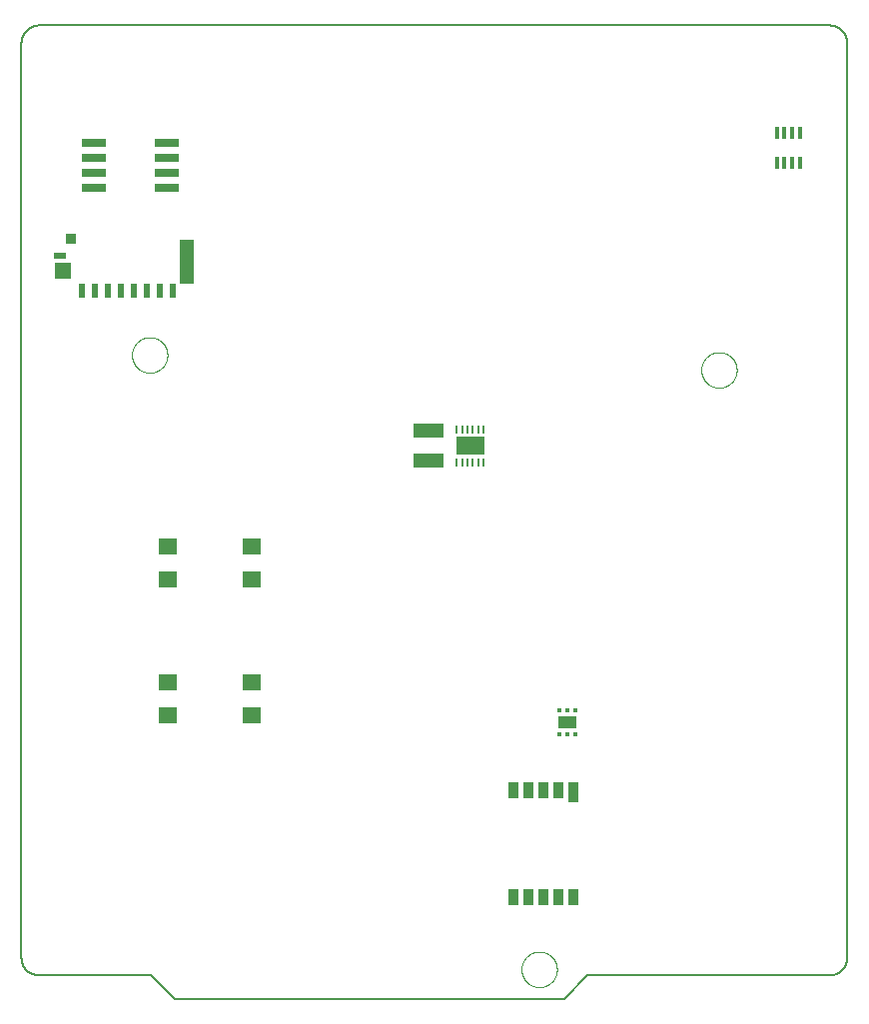
<source format=gtp>
G04 EAGLE Gerber RS-274X export*
G75*
%MOMM*%
%FSLAX35Y35*%
%LPD*%
%INsolder_paste_top*%
%IPPOS*%
%AMOC8*
5,1,8,0,0,1.08239X$1,22.5*%
G01*
%ADD10C,0.127000*%
%ADD11C,0.000000*%
%ADD12R,2.032000X0.660400*%
%ADD13R,0.600000X1.250000*%
%ADD14R,1.200000X3.790000*%
%ADD15R,1.000000X0.600000*%
%ADD16R,1.450000X1.400000*%
%ADD17R,0.950000X0.850000*%
%ADD18R,0.300000X0.450000*%
%ADD19R,1.600000X1.000000*%
%ADD20R,0.250000X0.700000*%
%ADD21R,2.380000X1.650000*%
%ADD22R,0.860000X1.450000*%
%ADD23R,0.860000X1.700000*%
%ADD24R,0.450000X1.100000*%
%ADD25R,2.540000X1.270000*%
%ADD26R,1.600000X1.400000*%


D10*
X0Y359000D02*
X0Y8109000D01*
X44Y8112625D01*
X175Y8116247D01*
X394Y8119865D01*
X700Y8123477D01*
X1094Y8127081D01*
X1574Y8130673D01*
X2141Y8134254D01*
X2794Y8137819D01*
X3534Y8141368D01*
X4359Y8144897D01*
X5269Y8148406D01*
X6263Y8151892D01*
X7342Y8155353D01*
X8503Y8158786D01*
X9748Y8162191D01*
X11074Y8165564D01*
X12481Y8168905D01*
X13969Y8172210D01*
X15536Y8175479D01*
X17182Y8178708D01*
X18905Y8181898D01*
X20705Y8185044D01*
X22580Y8188146D01*
X24529Y8191202D01*
X26552Y8194210D01*
X28647Y8197168D01*
X30813Y8200074D01*
X33049Y8202928D01*
X35353Y8205726D01*
X37723Y8208468D01*
X40160Y8211152D01*
X42660Y8213777D01*
X45223Y8216340D01*
X47848Y8218840D01*
X50532Y8221277D01*
X53274Y8223647D01*
X56072Y8225951D01*
X58926Y8228187D01*
X61832Y8230353D01*
X64790Y8232448D01*
X67798Y8234471D01*
X70854Y8236420D01*
X73956Y8238295D01*
X77102Y8240095D01*
X80292Y8241818D01*
X83521Y8243464D01*
X86790Y8245031D01*
X90095Y8246519D01*
X93436Y8247926D01*
X96809Y8249252D01*
X100214Y8250497D01*
X103647Y8251658D01*
X107108Y8252737D01*
X110594Y8253731D01*
X114103Y8254641D01*
X117632Y8255466D01*
X121181Y8256206D01*
X124746Y8256859D01*
X128327Y8257426D01*
X131919Y8257906D01*
X135523Y8258300D01*
X139135Y8258606D01*
X142753Y8258825D01*
X146375Y8258956D01*
X150000Y8259000D01*
X6850000Y8259000D01*
X6853625Y8258956D01*
X6857247Y8258825D01*
X6860865Y8258606D01*
X6864477Y8258300D01*
X6868081Y8257906D01*
X6871673Y8257426D01*
X6875254Y8256859D01*
X6878819Y8256206D01*
X6882368Y8255466D01*
X6885897Y8254641D01*
X6889406Y8253731D01*
X6892892Y8252737D01*
X6896353Y8251658D01*
X6899786Y8250497D01*
X6903191Y8249252D01*
X6906564Y8247926D01*
X6909905Y8246519D01*
X6913210Y8245031D01*
X6916479Y8243464D01*
X6919708Y8241818D01*
X6922898Y8240095D01*
X6926044Y8238295D01*
X6929146Y8236420D01*
X6932202Y8234471D01*
X6935210Y8232448D01*
X6938168Y8230353D01*
X6941074Y8228187D01*
X6943928Y8225951D01*
X6946726Y8223647D01*
X6949468Y8221277D01*
X6952152Y8218840D01*
X6954777Y8216340D01*
X6957340Y8213777D01*
X6959840Y8211152D01*
X6962277Y8208468D01*
X6964647Y8205726D01*
X6966951Y8202928D01*
X6969187Y8200074D01*
X6971353Y8197168D01*
X6973448Y8194210D01*
X6975471Y8191202D01*
X6977420Y8188146D01*
X6979295Y8185044D01*
X6981095Y8181898D01*
X6982818Y8178708D01*
X6984464Y8175479D01*
X6986031Y8172210D01*
X6987519Y8168905D01*
X6988926Y8165564D01*
X6990252Y8162191D01*
X6991497Y8158786D01*
X6992658Y8155353D01*
X6993737Y8151892D01*
X6994731Y8148406D01*
X6995641Y8144897D01*
X6996466Y8141368D01*
X6997206Y8137819D01*
X6997859Y8134254D01*
X6998426Y8130673D01*
X6998906Y8127081D01*
X6999300Y8123477D01*
X6999606Y8119865D01*
X6999825Y8116247D01*
X6999956Y8112625D01*
X7000000Y8109000D01*
X7000000Y359000D01*
X6999956Y355375D01*
X6999825Y351753D01*
X6999606Y348135D01*
X6999300Y344523D01*
X6998906Y340919D01*
X6998426Y337327D01*
X6997859Y333746D01*
X6997206Y330181D01*
X6996466Y326632D01*
X6995641Y323103D01*
X6994731Y319594D01*
X6993737Y316108D01*
X6992658Y312647D01*
X6991497Y309214D01*
X6990252Y305809D01*
X6988926Y302436D01*
X6987519Y299095D01*
X6986031Y295790D01*
X6984464Y292521D01*
X6982818Y289292D01*
X6981095Y286102D01*
X6979295Y282956D01*
X6977420Y279854D01*
X6975471Y276798D01*
X6973448Y273790D01*
X6971353Y270832D01*
X6969187Y267926D01*
X6966951Y265072D01*
X6964647Y262274D01*
X6962277Y259532D01*
X6959840Y256848D01*
X6957340Y254223D01*
X6954777Y251660D01*
X6952152Y249160D01*
X6949468Y246723D01*
X6946726Y244353D01*
X6943928Y242049D01*
X6941074Y239813D01*
X6938168Y237647D01*
X6935210Y235552D01*
X6932202Y233529D01*
X6929146Y231580D01*
X6926044Y229705D01*
X6922898Y227905D01*
X6919708Y226182D01*
X6916479Y224536D01*
X6913210Y222969D01*
X6909905Y221481D01*
X6906564Y220074D01*
X6903191Y218748D01*
X6899786Y217503D01*
X6896353Y216342D01*
X6892892Y215263D01*
X6889406Y214269D01*
X6885897Y213359D01*
X6882368Y212534D01*
X6878819Y211794D01*
X6875254Y211141D01*
X6871673Y210574D01*
X6868081Y210094D01*
X6864477Y209700D01*
X6860865Y209394D01*
X6857247Y209175D01*
X6853625Y209044D01*
X6850000Y209000D01*
X4800000Y209000D01*
X4600000Y9000D01*
X1300000Y9000D01*
X1100000Y209000D01*
X150000Y209000D01*
X146375Y209044D01*
X142753Y209175D01*
X139135Y209394D01*
X135523Y209700D01*
X131919Y210094D01*
X128327Y210574D01*
X124746Y211141D01*
X121181Y211794D01*
X117632Y212534D01*
X114103Y213359D01*
X110594Y214269D01*
X107108Y215263D01*
X103647Y216342D01*
X100214Y217503D01*
X96809Y218748D01*
X93436Y220074D01*
X90095Y221481D01*
X86790Y222969D01*
X83521Y224536D01*
X80292Y226182D01*
X77102Y227905D01*
X73956Y229705D01*
X70854Y231580D01*
X67798Y233529D01*
X64790Y235552D01*
X61832Y237647D01*
X58926Y239813D01*
X56072Y242049D01*
X53274Y244353D01*
X50532Y246723D01*
X47848Y249160D01*
X45223Y251660D01*
X42660Y254223D01*
X40160Y256848D01*
X37723Y259532D01*
X35353Y262274D01*
X33049Y265072D01*
X30813Y267926D01*
X28647Y270832D01*
X26552Y273790D01*
X24529Y276798D01*
X22580Y279854D01*
X20705Y282956D01*
X18905Y286102D01*
X17182Y289292D01*
X15536Y292521D01*
X13969Y295790D01*
X12481Y299095D01*
X11074Y302436D01*
X9748Y305809D01*
X8503Y309214D01*
X7342Y312647D01*
X6263Y316108D01*
X5269Y319594D01*
X4359Y323103D01*
X3534Y326632D01*
X2794Y330181D01*
X2141Y333746D01*
X1574Y337327D01*
X1094Y340919D01*
X700Y344523D01*
X394Y348135D01*
X175Y351753D01*
X44Y355375D01*
X0Y359000D01*
D11*
X4239000Y259000D02*
X4239045Y262681D01*
X4239181Y266360D01*
X4239406Y270035D01*
X4239722Y273703D01*
X4240128Y277362D01*
X4240624Y281010D01*
X4241208Y284644D01*
X4241882Y288264D01*
X4242645Y291865D01*
X4243495Y295447D01*
X4244434Y299007D01*
X4245459Y302543D01*
X4246571Y306052D01*
X4247768Y309533D01*
X4249051Y312984D01*
X4250418Y316403D01*
X4251869Y319786D01*
X4253402Y323133D01*
X4255016Y326442D01*
X4256712Y329710D01*
X4258487Y332935D01*
X4260341Y336115D01*
X4262272Y339250D01*
X4264280Y342336D01*
X4266362Y345371D01*
X4268519Y348355D01*
X4270748Y351285D01*
X4273048Y354159D01*
X4275419Y356976D01*
X4277857Y359734D01*
X4280363Y362431D01*
X4282934Y365066D01*
X4285569Y367637D01*
X4288266Y370143D01*
X4291024Y372581D01*
X4293841Y374952D01*
X4296715Y377252D01*
X4299645Y379481D01*
X4302629Y381638D01*
X4305664Y383720D01*
X4308750Y385728D01*
X4311885Y387659D01*
X4315065Y389513D01*
X4318290Y391288D01*
X4321558Y392984D01*
X4324867Y394598D01*
X4328214Y396131D01*
X4331597Y397582D01*
X4335016Y398949D01*
X4338467Y400232D01*
X4341948Y401429D01*
X4345457Y402541D01*
X4348993Y403566D01*
X4352553Y404505D01*
X4356135Y405355D01*
X4359736Y406118D01*
X4363356Y406792D01*
X4366990Y407376D01*
X4370638Y407872D01*
X4374297Y408278D01*
X4377965Y408594D01*
X4381640Y408819D01*
X4385319Y408955D01*
X4389000Y409000D01*
X4392681Y408955D01*
X4396360Y408819D01*
X4400035Y408594D01*
X4403703Y408278D01*
X4407362Y407872D01*
X4411010Y407376D01*
X4414644Y406792D01*
X4418264Y406118D01*
X4421865Y405355D01*
X4425447Y404505D01*
X4429007Y403566D01*
X4432543Y402541D01*
X4436052Y401429D01*
X4439533Y400232D01*
X4442984Y398949D01*
X4446403Y397582D01*
X4449786Y396131D01*
X4453133Y394598D01*
X4456442Y392984D01*
X4459710Y391288D01*
X4462935Y389513D01*
X4466115Y387659D01*
X4469250Y385728D01*
X4472336Y383720D01*
X4475371Y381638D01*
X4478355Y379481D01*
X4481285Y377252D01*
X4484159Y374952D01*
X4486976Y372581D01*
X4489734Y370143D01*
X4492431Y367637D01*
X4495066Y365066D01*
X4497637Y362431D01*
X4500143Y359734D01*
X4502581Y356976D01*
X4504952Y354159D01*
X4507252Y351285D01*
X4509481Y348355D01*
X4511638Y345371D01*
X4513720Y342336D01*
X4515728Y339250D01*
X4517659Y336115D01*
X4519513Y332935D01*
X4521288Y329710D01*
X4522984Y326442D01*
X4524598Y323133D01*
X4526131Y319786D01*
X4527582Y316403D01*
X4528949Y312984D01*
X4530232Y309533D01*
X4531429Y306052D01*
X4532541Y302543D01*
X4533566Y299007D01*
X4534505Y295447D01*
X4535355Y291865D01*
X4536118Y288264D01*
X4536792Y284644D01*
X4537376Y281010D01*
X4537872Y277362D01*
X4538278Y273703D01*
X4538594Y270035D01*
X4538819Y266360D01*
X4538955Y262681D01*
X4539000Y259000D01*
X4538955Y255319D01*
X4538819Y251640D01*
X4538594Y247965D01*
X4538278Y244297D01*
X4537872Y240638D01*
X4537376Y236990D01*
X4536792Y233356D01*
X4536118Y229736D01*
X4535355Y226135D01*
X4534505Y222553D01*
X4533566Y218993D01*
X4532541Y215457D01*
X4531429Y211948D01*
X4530232Y208467D01*
X4528949Y205016D01*
X4527582Y201597D01*
X4526131Y198214D01*
X4524598Y194867D01*
X4522984Y191558D01*
X4521288Y188290D01*
X4519513Y185065D01*
X4517659Y181885D01*
X4515728Y178750D01*
X4513720Y175664D01*
X4511638Y172629D01*
X4509481Y169645D01*
X4507252Y166715D01*
X4504952Y163841D01*
X4502581Y161024D01*
X4500143Y158266D01*
X4497637Y155569D01*
X4495066Y152934D01*
X4492431Y150363D01*
X4489734Y147857D01*
X4486976Y145419D01*
X4484159Y143048D01*
X4481285Y140748D01*
X4478355Y138519D01*
X4475371Y136362D01*
X4472336Y134280D01*
X4469250Y132272D01*
X4466115Y130341D01*
X4462935Y128487D01*
X4459710Y126712D01*
X4456442Y125016D01*
X4453133Y123402D01*
X4449786Y121869D01*
X4446403Y120418D01*
X4442984Y119051D01*
X4439533Y117768D01*
X4436052Y116571D01*
X4432543Y115459D01*
X4429007Y114434D01*
X4425447Y113495D01*
X4421865Y112645D01*
X4418264Y111882D01*
X4414644Y111208D01*
X4411010Y110624D01*
X4407362Y110128D01*
X4403703Y109722D01*
X4400035Y109406D01*
X4396360Y109181D01*
X4392681Y109045D01*
X4389000Y109000D01*
X4385319Y109045D01*
X4381640Y109181D01*
X4377965Y109406D01*
X4374297Y109722D01*
X4370638Y110128D01*
X4366990Y110624D01*
X4363356Y111208D01*
X4359736Y111882D01*
X4356135Y112645D01*
X4352553Y113495D01*
X4348993Y114434D01*
X4345457Y115459D01*
X4341948Y116571D01*
X4338467Y117768D01*
X4335016Y119051D01*
X4331597Y120418D01*
X4328214Y121869D01*
X4324867Y123402D01*
X4321558Y125016D01*
X4318290Y126712D01*
X4315065Y128487D01*
X4311885Y130341D01*
X4308750Y132272D01*
X4305664Y134280D01*
X4302629Y136362D01*
X4299645Y138519D01*
X4296715Y140748D01*
X4293841Y143048D01*
X4291024Y145419D01*
X4288266Y147857D01*
X4285569Y150363D01*
X4282934Y152934D01*
X4280363Y155569D01*
X4277857Y158266D01*
X4275419Y161024D01*
X4273048Y163841D01*
X4270748Y166715D01*
X4268519Y169645D01*
X4266362Y172629D01*
X4264280Y175664D01*
X4262272Y178750D01*
X4260341Y181885D01*
X4258487Y185065D01*
X4256712Y188290D01*
X4255016Y191558D01*
X4253402Y194867D01*
X4251869Y198214D01*
X4250418Y201597D01*
X4249051Y205016D01*
X4247768Y208467D01*
X4246571Y211948D01*
X4245459Y215457D01*
X4244434Y218993D01*
X4243495Y222553D01*
X4242645Y226135D01*
X4241882Y229736D01*
X4241208Y233356D01*
X4240624Y236990D01*
X4240128Y240638D01*
X4239722Y244297D01*
X4239406Y247965D01*
X4239181Y251640D01*
X4239045Y255319D01*
X4239000Y259000D01*
X5763000Y5339000D02*
X5763045Y5342681D01*
X5763181Y5346360D01*
X5763406Y5350035D01*
X5763722Y5353703D01*
X5764128Y5357362D01*
X5764624Y5361010D01*
X5765208Y5364644D01*
X5765882Y5368264D01*
X5766645Y5371865D01*
X5767495Y5375447D01*
X5768434Y5379007D01*
X5769459Y5382543D01*
X5770571Y5386052D01*
X5771768Y5389533D01*
X5773051Y5392984D01*
X5774418Y5396403D01*
X5775869Y5399786D01*
X5777402Y5403133D01*
X5779016Y5406442D01*
X5780712Y5409710D01*
X5782487Y5412935D01*
X5784341Y5416115D01*
X5786272Y5419250D01*
X5788280Y5422336D01*
X5790362Y5425371D01*
X5792519Y5428355D01*
X5794748Y5431285D01*
X5797048Y5434159D01*
X5799419Y5436976D01*
X5801857Y5439734D01*
X5804363Y5442431D01*
X5806934Y5445066D01*
X5809569Y5447637D01*
X5812266Y5450143D01*
X5815024Y5452581D01*
X5817841Y5454952D01*
X5820715Y5457252D01*
X5823645Y5459481D01*
X5826629Y5461638D01*
X5829664Y5463720D01*
X5832750Y5465728D01*
X5835885Y5467659D01*
X5839065Y5469513D01*
X5842290Y5471288D01*
X5845558Y5472984D01*
X5848867Y5474598D01*
X5852214Y5476131D01*
X5855597Y5477582D01*
X5859016Y5478949D01*
X5862467Y5480232D01*
X5865948Y5481429D01*
X5869457Y5482541D01*
X5872993Y5483566D01*
X5876553Y5484505D01*
X5880135Y5485355D01*
X5883736Y5486118D01*
X5887356Y5486792D01*
X5890990Y5487376D01*
X5894638Y5487872D01*
X5898297Y5488278D01*
X5901965Y5488594D01*
X5905640Y5488819D01*
X5909319Y5488955D01*
X5913000Y5489000D01*
X5916681Y5488955D01*
X5920360Y5488819D01*
X5924035Y5488594D01*
X5927703Y5488278D01*
X5931362Y5487872D01*
X5935010Y5487376D01*
X5938644Y5486792D01*
X5942264Y5486118D01*
X5945865Y5485355D01*
X5949447Y5484505D01*
X5953007Y5483566D01*
X5956543Y5482541D01*
X5960052Y5481429D01*
X5963533Y5480232D01*
X5966984Y5478949D01*
X5970403Y5477582D01*
X5973786Y5476131D01*
X5977133Y5474598D01*
X5980442Y5472984D01*
X5983710Y5471288D01*
X5986935Y5469513D01*
X5990115Y5467659D01*
X5993250Y5465728D01*
X5996336Y5463720D01*
X5999371Y5461638D01*
X6002355Y5459481D01*
X6005285Y5457252D01*
X6008159Y5454952D01*
X6010976Y5452581D01*
X6013734Y5450143D01*
X6016431Y5447637D01*
X6019066Y5445066D01*
X6021637Y5442431D01*
X6024143Y5439734D01*
X6026581Y5436976D01*
X6028952Y5434159D01*
X6031252Y5431285D01*
X6033481Y5428355D01*
X6035638Y5425371D01*
X6037720Y5422336D01*
X6039728Y5419250D01*
X6041659Y5416115D01*
X6043513Y5412935D01*
X6045288Y5409710D01*
X6046984Y5406442D01*
X6048598Y5403133D01*
X6050131Y5399786D01*
X6051582Y5396403D01*
X6052949Y5392984D01*
X6054232Y5389533D01*
X6055429Y5386052D01*
X6056541Y5382543D01*
X6057566Y5379007D01*
X6058505Y5375447D01*
X6059355Y5371865D01*
X6060118Y5368264D01*
X6060792Y5364644D01*
X6061376Y5361010D01*
X6061872Y5357362D01*
X6062278Y5353703D01*
X6062594Y5350035D01*
X6062819Y5346360D01*
X6062955Y5342681D01*
X6063000Y5339000D01*
X6062955Y5335319D01*
X6062819Y5331640D01*
X6062594Y5327965D01*
X6062278Y5324297D01*
X6061872Y5320638D01*
X6061376Y5316990D01*
X6060792Y5313356D01*
X6060118Y5309736D01*
X6059355Y5306135D01*
X6058505Y5302553D01*
X6057566Y5298993D01*
X6056541Y5295457D01*
X6055429Y5291948D01*
X6054232Y5288467D01*
X6052949Y5285016D01*
X6051582Y5281597D01*
X6050131Y5278214D01*
X6048598Y5274867D01*
X6046984Y5271558D01*
X6045288Y5268290D01*
X6043513Y5265065D01*
X6041659Y5261885D01*
X6039728Y5258750D01*
X6037720Y5255664D01*
X6035638Y5252629D01*
X6033481Y5249645D01*
X6031252Y5246715D01*
X6028952Y5243841D01*
X6026581Y5241024D01*
X6024143Y5238266D01*
X6021637Y5235569D01*
X6019066Y5232934D01*
X6016431Y5230363D01*
X6013734Y5227857D01*
X6010976Y5225419D01*
X6008159Y5223048D01*
X6005285Y5220748D01*
X6002355Y5218519D01*
X5999371Y5216362D01*
X5996336Y5214280D01*
X5993250Y5212272D01*
X5990115Y5210341D01*
X5986935Y5208487D01*
X5983710Y5206712D01*
X5980442Y5205016D01*
X5977133Y5203402D01*
X5973786Y5201869D01*
X5970403Y5200418D01*
X5966984Y5199051D01*
X5963533Y5197768D01*
X5960052Y5196571D01*
X5956543Y5195459D01*
X5953007Y5194434D01*
X5949447Y5193495D01*
X5945865Y5192645D01*
X5942264Y5191882D01*
X5938644Y5191208D01*
X5935010Y5190624D01*
X5931362Y5190128D01*
X5927703Y5189722D01*
X5924035Y5189406D01*
X5920360Y5189181D01*
X5916681Y5189045D01*
X5913000Y5189000D01*
X5909319Y5189045D01*
X5905640Y5189181D01*
X5901965Y5189406D01*
X5898297Y5189722D01*
X5894638Y5190128D01*
X5890990Y5190624D01*
X5887356Y5191208D01*
X5883736Y5191882D01*
X5880135Y5192645D01*
X5876553Y5193495D01*
X5872993Y5194434D01*
X5869457Y5195459D01*
X5865948Y5196571D01*
X5862467Y5197768D01*
X5859016Y5199051D01*
X5855597Y5200418D01*
X5852214Y5201869D01*
X5848867Y5203402D01*
X5845558Y5205016D01*
X5842290Y5206712D01*
X5839065Y5208487D01*
X5835885Y5210341D01*
X5832750Y5212272D01*
X5829664Y5214280D01*
X5826629Y5216362D01*
X5823645Y5218519D01*
X5820715Y5220748D01*
X5817841Y5223048D01*
X5815024Y5225419D01*
X5812266Y5227857D01*
X5809569Y5230363D01*
X5806934Y5232934D01*
X5804363Y5235569D01*
X5801857Y5238266D01*
X5799419Y5241024D01*
X5797048Y5243841D01*
X5794748Y5246715D01*
X5792519Y5249645D01*
X5790362Y5252629D01*
X5788280Y5255664D01*
X5786272Y5258750D01*
X5784341Y5261885D01*
X5782487Y5265065D01*
X5780712Y5268290D01*
X5779016Y5271558D01*
X5777402Y5274867D01*
X5775869Y5278214D01*
X5774418Y5281597D01*
X5773051Y5285016D01*
X5771768Y5288467D01*
X5770571Y5291948D01*
X5769459Y5295457D01*
X5768434Y5298993D01*
X5767495Y5302553D01*
X5766645Y5306135D01*
X5765882Y5309736D01*
X5765208Y5313356D01*
X5764624Y5316990D01*
X5764128Y5320638D01*
X5763722Y5324297D01*
X5763406Y5327965D01*
X5763181Y5331640D01*
X5763045Y5335319D01*
X5763000Y5339000D01*
X937000Y5466000D02*
X937045Y5469681D01*
X937181Y5473360D01*
X937406Y5477035D01*
X937722Y5480703D01*
X938128Y5484362D01*
X938624Y5488010D01*
X939208Y5491644D01*
X939882Y5495264D01*
X940645Y5498865D01*
X941495Y5502447D01*
X942434Y5506007D01*
X943459Y5509543D01*
X944571Y5513052D01*
X945768Y5516533D01*
X947051Y5519984D01*
X948418Y5523403D01*
X949869Y5526786D01*
X951402Y5530133D01*
X953016Y5533442D01*
X954712Y5536710D01*
X956487Y5539935D01*
X958341Y5543115D01*
X960272Y5546250D01*
X962280Y5549336D01*
X964362Y5552371D01*
X966519Y5555355D01*
X968748Y5558285D01*
X971048Y5561159D01*
X973419Y5563976D01*
X975857Y5566734D01*
X978363Y5569431D01*
X980934Y5572066D01*
X983569Y5574637D01*
X986266Y5577143D01*
X989024Y5579581D01*
X991841Y5581952D01*
X994715Y5584252D01*
X997645Y5586481D01*
X1000629Y5588638D01*
X1003664Y5590720D01*
X1006750Y5592728D01*
X1009885Y5594659D01*
X1013065Y5596513D01*
X1016290Y5598288D01*
X1019558Y5599984D01*
X1022867Y5601598D01*
X1026214Y5603131D01*
X1029597Y5604582D01*
X1033016Y5605949D01*
X1036467Y5607232D01*
X1039948Y5608429D01*
X1043457Y5609541D01*
X1046993Y5610566D01*
X1050553Y5611505D01*
X1054135Y5612355D01*
X1057736Y5613118D01*
X1061356Y5613792D01*
X1064990Y5614376D01*
X1068638Y5614872D01*
X1072297Y5615278D01*
X1075965Y5615594D01*
X1079640Y5615819D01*
X1083319Y5615955D01*
X1087000Y5616000D01*
X1090681Y5615955D01*
X1094360Y5615819D01*
X1098035Y5615594D01*
X1101703Y5615278D01*
X1105362Y5614872D01*
X1109010Y5614376D01*
X1112644Y5613792D01*
X1116264Y5613118D01*
X1119865Y5612355D01*
X1123447Y5611505D01*
X1127007Y5610566D01*
X1130543Y5609541D01*
X1134052Y5608429D01*
X1137533Y5607232D01*
X1140984Y5605949D01*
X1144403Y5604582D01*
X1147786Y5603131D01*
X1151133Y5601598D01*
X1154442Y5599984D01*
X1157710Y5598288D01*
X1160935Y5596513D01*
X1164115Y5594659D01*
X1167250Y5592728D01*
X1170336Y5590720D01*
X1173371Y5588638D01*
X1176355Y5586481D01*
X1179285Y5584252D01*
X1182159Y5581952D01*
X1184976Y5579581D01*
X1187734Y5577143D01*
X1190431Y5574637D01*
X1193066Y5572066D01*
X1195637Y5569431D01*
X1198143Y5566734D01*
X1200581Y5563976D01*
X1202952Y5561159D01*
X1205252Y5558285D01*
X1207481Y5555355D01*
X1209638Y5552371D01*
X1211720Y5549336D01*
X1213728Y5546250D01*
X1215659Y5543115D01*
X1217513Y5539935D01*
X1219288Y5536710D01*
X1220984Y5533442D01*
X1222598Y5530133D01*
X1224131Y5526786D01*
X1225582Y5523403D01*
X1226949Y5519984D01*
X1228232Y5516533D01*
X1229429Y5513052D01*
X1230541Y5509543D01*
X1231566Y5506007D01*
X1232505Y5502447D01*
X1233355Y5498865D01*
X1234118Y5495264D01*
X1234792Y5491644D01*
X1235376Y5488010D01*
X1235872Y5484362D01*
X1236278Y5480703D01*
X1236594Y5477035D01*
X1236819Y5473360D01*
X1236955Y5469681D01*
X1237000Y5466000D01*
X1236955Y5462319D01*
X1236819Y5458640D01*
X1236594Y5454965D01*
X1236278Y5451297D01*
X1235872Y5447638D01*
X1235376Y5443990D01*
X1234792Y5440356D01*
X1234118Y5436736D01*
X1233355Y5433135D01*
X1232505Y5429553D01*
X1231566Y5425993D01*
X1230541Y5422457D01*
X1229429Y5418948D01*
X1228232Y5415467D01*
X1226949Y5412016D01*
X1225582Y5408597D01*
X1224131Y5405214D01*
X1222598Y5401867D01*
X1220984Y5398558D01*
X1219288Y5395290D01*
X1217513Y5392065D01*
X1215659Y5388885D01*
X1213728Y5385750D01*
X1211720Y5382664D01*
X1209638Y5379629D01*
X1207481Y5376645D01*
X1205252Y5373715D01*
X1202952Y5370841D01*
X1200581Y5368024D01*
X1198143Y5365266D01*
X1195637Y5362569D01*
X1193066Y5359934D01*
X1190431Y5357363D01*
X1187734Y5354857D01*
X1184976Y5352419D01*
X1182159Y5350048D01*
X1179285Y5347748D01*
X1176355Y5345519D01*
X1173371Y5343362D01*
X1170336Y5341280D01*
X1167250Y5339272D01*
X1164115Y5337341D01*
X1160935Y5335487D01*
X1157710Y5333712D01*
X1154442Y5332016D01*
X1151133Y5330402D01*
X1147786Y5328869D01*
X1144403Y5327418D01*
X1140984Y5326051D01*
X1137533Y5324768D01*
X1134052Y5323571D01*
X1130543Y5322459D01*
X1127007Y5321434D01*
X1123447Y5320495D01*
X1119865Y5319645D01*
X1116264Y5318882D01*
X1112644Y5318208D01*
X1109010Y5317624D01*
X1105362Y5317128D01*
X1101703Y5316722D01*
X1098035Y5316406D01*
X1094360Y5316181D01*
X1090681Y5316045D01*
X1087000Y5316000D01*
X1083319Y5316045D01*
X1079640Y5316181D01*
X1075965Y5316406D01*
X1072297Y5316722D01*
X1068638Y5317128D01*
X1064990Y5317624D01*
X1061356Y5318208D01*
X1057736Y5318882D01*
X1054135Y5319645D01*
X1050553Y5320495D01*
X1046993Y5321434D01*
X1043457Y5322459D01*
X1039948Y5323571D01*
X1036467Y5324768D01*
X1033016Y5326051D01*
X1029597Y5327418D01*
X1026214Y5328869D01*
X1022867Y5330402D01*
X1019558Y5332016D01*
X1016290Y5333712D01*
X1013065Y5335487D01*
X1009885Y5337341D01*
X1006750Y5339272D01*
X1003664Y5341280D01*
X1000629Y5343362D01*
X997645Y5345519D01*
X994715Y5347748D01*
X991841Y5350048D01*
X989024Y5352419D01*
X986266Y5354857D01*
X983569Y5357363D01*
X980934Y5359934D01*
X978363Y5362569D01*
X975857Y5365266D01*
X973419Y5368024D01*
X971048Y5370841D01*
X968748Y5373715D01*
X966519Y5376645D01*
X964362Y5379629D01*
X962280Y5382664D01*
X960272Y5385750D01*
X958341Y5388885D01*
X956487Y5392065D01*
X954712Y5395290D01*
X953016Y5398558D01*
X951402Y5401867D01*
X949869Y5405214D01*
X948418Y5408597D01*
X947051Y5412016D01*
X945768Y5415467D01*
X944571Y5418948D01*
X943459Y5422457D01*
X942434Y5425993D01*
X941495Y5429553D01*
X940645Y5433135D01*
X939882Y5436736D01*
X939208Y5440356D01*
X938624Y5443990D01*
X938128Y5447638D01*
X937722Y5451297D01*
X937406Y5454965D01*
X937181Y5458640D01*
X937045Y5462319D01*
X937000Y5466000D01*
D12*
X1232340Y6884500D03*
X617660Y6884500D03*
X1232340Y7011500D03*
X1232340Y7138500D03*
X617660Y7011500D03*
X617660Y7138500D03*
X1232340Y7265500D03*
X617660Y7265500D03*
D13*
X1285000Y6008000D03*
X1175000Y6008000D03*
X1065000Y6008000D03*
X955000Y6008000D03*
X845000Y6008000D03*
X735000Y6008000D03*
X625000Y6008000D03*
X515000Y6008000D03*
D14*
X1400000Y6256000D03*
D15*
X330000Y6305000D03*
D16*
X352500Y6180000D03*
D17*
X422500Y6447300D03*
D18*
X4692500Y2452500D03*
X4627500Y2452500D03*
X4562500Y2452500D03*
X4562500Y2247500D03*
X4627500Y2247500D03*
X4692500Y2247500D03*
D19*
X4625000Y2350000D03*
D20*
X3691500Y4556000D03*
X3736500Y4556000D03*
X3781500Y4556000D03*
X3826500Y4556000D03*
X3871500Y4556000D03*
X3916500Y4556000D03*
X3916500Y4836000D03*
X3871500Y4836000D03*
X3826500Y4836000D03*
X3781500Y4836000D03*
X3736500Y4836000D03*
X3691500Y4836000D03*
D21*
X3804000Y4696000D03*
D22*
X4171000Y873174D03*
X4298000Y873174D03*
X4425000Y873173D03*
X4552000Y873174D03*
X4679000Y873173D03*
D23*
X4679000Y1764327D03*
D22*
X4552000Y1776826D03*
X4425000Y1776827D03*
X4298000Y1776827D03*
X4171000Y1776826D03*
D24*
X6402500Y7097500D03*
X6467500Y7097500D03*
X6532500Y7097500D03*
X6597500Y7097500D03*
X6597500Y7352500D03*
X6532500Y7352500D03*
X6467500Y7352500D03*
X6402500Y7352500D03*
D25*
X3450000Y4573000D03*
X3450000Y4827000D03*
D26*
X1955600Y3839700D03*
X1955600Y3560300D03*
X1244400Y3560300D03*
X1244400Y3839700D03*
X1955600Y2689700D03*
X1955600Y2410300D03*
X1244400Y2410300D03*
X1244400Y2689700D03*
M02*

</source>
